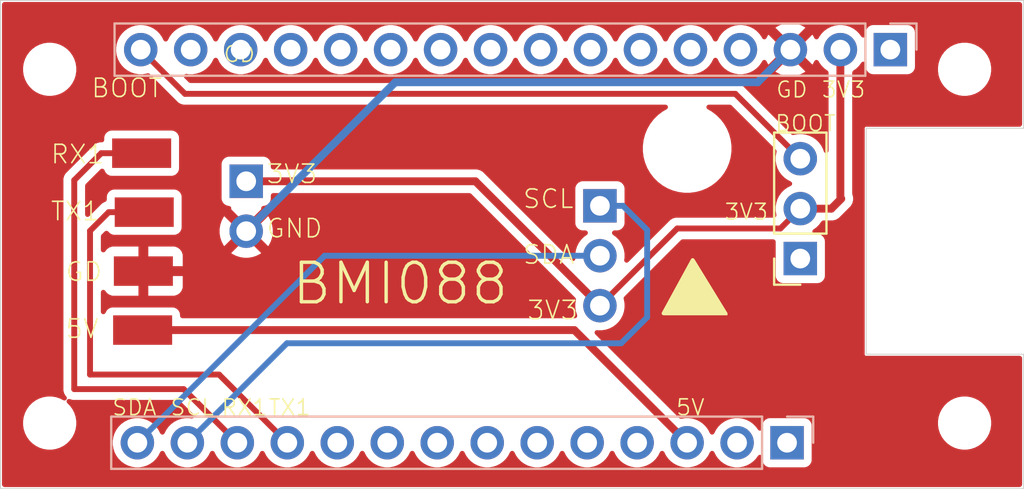
<source format=kicad_pcb>
(kicad_pcb (version 20241229) (generator "pcbnew") (generator_version "9.0")
  (layers (0 "F.Cu" signal) (2 "B.Cu" signal) (13 "F.Paste" user) (15 "B.Paste" user) (5 "F.SilkS" user "F.Silkscreen") (7 "B.SilkS" user "B.Silkscreen") (1 "F.Mask" user) (3 "B.Mask" user) (25 "Edge.Cuts" user))
  (net 0 "")
  (net 1 "/GND")
  (net 2 "/RX1")
  (net 3 "/TX1")
  (net 4 "/SDA1")
  (net 5 "/SCL1")
  (net 6 "/3V3")
  (net 7 "/5V")
  (net 14 "/11")
  (net 15 "/13")
  (net 16 "/SCL")
  (net 17 "/9")
  (net 18 "/SDA")
  (net 19 "/12")
  (net 20 "/10")
  (net 21 "/A4")
  (net 22 "/MISO")
  (net 23 "/BOOT")
  (net 24 "/A2")
  (net 25 "/SCK")
  (net 26 "/A3")
  (net 27 "/MOSI")
  (net 28 "/A5")
  (footprint "Connector_Wire:SolderWirePad_1x01_SMD_5x10mm" (layer "F.Cu") (at 144.096932 111.921023)
    (property "Reference" "GND_PAD19" (hide yes))
    (property "Value" "Conn_01x01" (hide yes))
    (pad "1" smd rect (at -0.1003 -0.154769) (size 3 1.5) (layers "F.Cu" "F.Mask" "F.Paste") (net 7 "/5V"))
  )
  (footprint "Connector_PinHeader_2.54mm:PinHeader_1x02_P2.54mm_Vertical" (layer "F.Cu") (at 152.260474 104.194855)
    (property "Reference" "PMW3901_PWR2" (hide yes))
    (property "Value" "Conn_01x02_Female" (hide yes))
    (pad "1" thru_hole rect (at -3 0) (size 1.7 1.7) (drill 1) (layers "*.Cu" "*.Mask") (net 6 "/3V3"))
    (pad "2" thru_hole circle (at -3 2.54) (size 1.7 1.7) (drill 1) (layers "*.Cu" "*.Mask") (net 1 "/GND"))
  )
  (footprint "Connector_PinSocket_2.54mm:PinSocket_1x03_P2.54mm_Vertical" (layer "F.Cu") (at 177.422763 108.127485 180)
    (property "Reference" "J3" (hide yes))
    (property "Value" "Conn_01x03_Socket" (hide yes))
    (fp_line (start 1.33 1.27) (end 1.33 6.41) (stroke (width 0.12)) (layer "F.SilkS"))
    (fp_line (start 1.33 -1.33) (end 1.33 0) (stroke (width 0.12)) (layer "F.SilkS"))
    (fp_line (start 0 -1.33) (end 1.33 -1.33) (stroke (width 0.12)) (layer "F.SilkS"))
    (fp_line (start -1.33 6.41) (end 1.33 6.41) (stroke (width 0.12)) (layer "F.SilkS"))
    (fp_line (start -1.33 1.27) (end 1.33 1.27) (stroke (width 0.12)) (layer "F.SilkS"))
    (fp_line (start -1.33 1.27) (end -1.33 6.41) (stroke (width 0.12)) (layer "F.SilkS"))
    (pad "1" thru_hole rect (at 0 0 180) (size 1.7 1.7) (drill 1) (layers "*.Cu" "*.Mask"))
    (pad "2" thru_hole circle (at 0 2.54 180) (size 1.7 1.7) (drill 1) (layers "*.Cu" "*.Mask") (net 6 "/3V3"))
    (pad "3" thru_hole circle (at 0 5.08 180) (size 1.7 1.7) (drill 1) (layers "*.Cu" "*.Mask") (net 23 "/BOOT"))
  )
  (footprint "MountingHole:MountingHole_2.2mm_M2" (layer "F.Cu") (at 139.719473 117.832485)
    (property "Reference" "POST_4" (hide yes))
    (property "Value" "MountingHole" (hide yes))
    (pad "" np_thru_hole circle (at -0.44671 -1.335) (size 2.2 2.2) (drill 2.2) (layers "*.Cu" "*.Mask"))
  )
  (footprint "MountingHole:MountingHole_2.2mm_M2" (layer "F.Cu") (at 138.907295 96.497485)
    (property "Reference" "POST_2" (hide yes))
    (property "Value" "MountingHole" (hide yes))
    (pad "" np_thru_hole circle (at 0.365468 2) (size 2.2 2.2) (drill 2.2) (layers "*.Cu" "*.Mask"))
  )
  (footprint "Connector_Wire:SolderWirePad_1x01_SMD_5x10mm" (layer "F.Cu") (at 144.182851 107.34894)
    (property "Reference" "GND_PAD20" (hide yes))
    (property "Value" "Conn_01x01" (hide yes))
    (pad "1" smd rect (at -0.104225 -1.582686) (size 3 1.5) (layers "F.Cu" "F.Mask" "F.Paste") (net 3 "/TX1"))
  )
  (footprint "Connector_PinHeader_2.54mm:PinHeader_1x03_P2.54mm_Vertical" (layer "F.Cu") (at 166.511941 105.444188)
    (property "Reference" "Motor5" (hide yes))
    (property "Value" "Conn_01x03_Female" (hide yes))
    (pad "1" thru_hole rect (at 0.727219 0) (size 1.7 1.7) (drill 1) (layers "*.Cu" "*.Mask") (net 16 "/SCL"))
    (pad "2" thru_hole circle (at 0.727219 2.54) (size 1.7 1.7) (drill 1) (layers "*.Cu" "*.Mask") (net 18 "/SDA"))
    (pad "3" thru_hole circle (at 0.727219 5.08) (size 1.7 1.7) (drill 1) (layers "*.Cu" "*.Mask") (net 6 "/3V3"))
  )
  (footprint "MountingHole:MountingHole_2.2mm_M2" (layer "F.Cu") (at 187.076452 96.506607)
    (property "Reference" "POST_1" (hide yes))
    (property "Value" "MountingHole" (hide yes))
    (pad "" np_thru_hole circle (at -1.303689 1.990878) (size 2.2 2.2) (drill 2.2) (layers "*.Cu" "*.Mask"))
  )
  (footprint "Connector_Wire:SolderWirePad_1x01_SMD_5x10mm" (layer "F.Cu") (at 144.23389 110.247348)
    (property "Reference" "GND_PAD18" (hide yes))
    (property "Value" "Conn_01x01" (hide yes))
    (pad "1" smd rect (at -0.199254 -1.481094) (size 3 1.5) (layers "F.Cu" "F.Mask" "F.Paste") (net 1 "/GND"))
  )
  (footprint "MountingHole:MountingHole_2.2mm_M2" (layer "F.Cu") (at 185.772763 117.497485)
    (property "Reference" "POST_3" (hide yes))
    (property "Value" "MountingHole" (hide yes))
    (pad "" np_thru_hole circle (at 0 -1) (size 2.2 2.2) (drill 2.2) (layers "*.Cu" "*.Mask"))
  )
  (footprint "Connector_Wire:SolderWirePad_1x01_SMD_5x10mm" (layer "F.Cu") (at 144.131425 104.594419)
    (property "Reference" "GND_PAD21" (hide yes))
    (property "Value" "Conn_01x01" (hide yes))
    (pad "1" smd rect (at -0.184771 -1.828165) (size 3 1.5) (layers "F.Cu" "F.Mask" "F.Paste") (net 2 "/RX1"))
  )
  (footprint "MountingHole:MountingHole_4mm" (layer "F.Cu") (at 171.672763 102.528038)
    (property "Reference" "POST_5" (hide yes))
    (property "Value" "MountingHole" (hide yes))
    (pad "" np_thru_hole circle (at 0 0) (size 4 4) (drill 4) (layers "*.Cu" "*.Mask"))
  )
  (footprint "Connector_PinSocket_2.54mm:PinSocket_1x16_P2.54mm_Vertical" (layer "B.Cu") (at 182 97.497485 90)
    (property "Reference" "J2" (hide yes))
    (property "Value" "Conn_01x16_Socket" (hide yes))
    (fp_line (start -1.33 -39.43) (end 1.33 -39.43) (stroke (width 0.12)) (layer "B.SilkS"))
    (fp_line (start 1.33 -1.27) (end 1.33 -39.43) (stroke (width 0.12)) (layer "B.SilkS"))
    (fp_line (start -1.33 -1.27) (end -1.33 -39.43) (stroke (width 0.12)) (layer "B.SilkS"))
    (fp_line (start -1.33 -1.27) (end 1.33 -1.27) (stroke (width 0.12)) (layer "B.SilkS"))
    (fp_line (start 1.33 1.33) (end 1.33 0) (stroke (width 0.12)) (layer "B.SilkS"))
    (fp_line (start 0 1.33) (end 1.33 1.33) (stroke (width 0.12)) (layer "B.SilkS"))
    (pad "1" thru_hole rect (at 0 0 90) (size 1.7 1.7) (drill 1) (layers "*.Cu" "*.Mask"))
    (pad "2" thru_hole circle (at 0 -2.54 90) (size 1.7 1.7) (drill 1) (layers "*.Cu" "*.Mask") (net 6 "/3V3"))
    (pad "3" thru_hole circle (at 0 -5.08 90) (size 1.7 1.7) (drill 1) (layers "*.Cu" "*.Mask") (net 1 "/GND"))
    (pad "4" thru_hole circle (at 0 -7.62 90) (size 1.7 1.7) (drill 1) (layers "*.Cu" "*.Mask"))
    (pad "5" thru_hole circle (at 0 -10.16 90) (size 1.7 1.7) (drill 1) (layers "*.Cu" "*.Mask"))
    (pad "6" thru_hole circle (at 0 -12.7 90) (size 1.7 1.7) (drill 1) (layers "*.Cu" "*.Mask"))
    (pad "7" thru_hole circle (at 0 -15.24 90) (size 1.7 1.7) (drill 1) (layers "*.Cu" "*.Mask") (net 24 "/A2"))
    (pad "8" thru_hole circle (at 0 -17.78 90) (size 1.7 1.7) (drill 1) (layers "*.Cu" "*.Mask") (net 26 "/A3"))
    (pad "9" thru_hole circle (at 0 -20.32 90) (size 1.7 1.7) (drill 1) (layers "*.Cu" "*.Mask") (net 21 "/A4"))
    (pad "10" thru_hole circle (at 0 -22.86 90) (size 1.7 1.7) (drill 1) (layers "*.Cu" "*.Mask") (net 28 "/A5"))
    (pad "11" thru_hole circle (at 0 -25.4 90) (size 1.7 1.7) (drill 1) (layers "*.Cu" "*.Mask") (net 25 "/SCK"))
    (pad "12" thru_hole circle (at 0 -27.94 90) (size 1.7 1.7) (drill 1) (layers "*.Cu" "*.Mask") (net 27 "/MOSI"))
    (pad "13" thru_hole circle (at 0 -30.48 90) (size 1.7 1.7) (drill 1) (layers "*.Cu" "*.Mask") (net 22 "/MISO"))
    (pad "14" thru_hole circle (at 0 -33.02 90) (size 1.7 1.7) (drill 1) (layers "*.Cu" "*.Mask") (net 5 "/SCL1"))
    (pad "15" thru_hole circle (at 0 -35.56 90) (size 1.7 1.7) (drill 1) (layers "*.Cu" "*.Mask") (net 4 "/SDA1"))
    (pad "16" thru_hole circle (at 0 -38.1 90) (size 1.7 1.7) (drill 1) (layers "*.Cu" "*.Mask") (net 23 "/BOOT"))
  )
  (footprint "Connector_PinSocket_2.54mm:PinSocket_1x14_P2.54mm_Vertical" (layer "B.Cu") (at 176.75 117.497485 90)
    (property "Reference" "J1" (hide yes))
    (property "Value" "Conn_01x12_Socket" (hide yes))
    (fp_line (start -1.33 -34.35) (end 1.33 -34.35) (stroke (width 0.12)) (layer "B.SilkS"))
    (fp_line (start 1.33 -1.27) (end 1.33 -34.35) (stroke (width 0.12)) (layer "B.SilkS"))
    (fp_line (start -1.33 -1.27) (end -1.33 -34.35) (stroke (width 0.12)) (layer "B.SilkS"))
    (fp_line (start -1.33 -1.27) (end 1.33 -1.27) (stroke (width 0.12)) (layer "B.SilkS"))
    (fp_line (start 1.33 1.33) (end 1.33 0) (stroke (width 0.12)) (layer "B.SilkS"))
    (fp_line (start 0 1.33) (end 1.33 1.33) (stroke (width 0.12)) (layer "B.SilkS"))
    (pad "1" thru_hole rect (at 0 0 90) (size 1.7 1.7) (drill 1) (layers "*.Cu" "*.Mask"))
    (pad "2" thru_hole circle (at 0 -2.54 90) (size 1.7 1.7) (drill 1) (layers "*.Cu" "*.Mask"))
    (pad "3" thru_hole circle (at 0 -5.08 90) (size 1.7 1.7) (drill 1) (layers "*.Cu" "*.Mask") (net 7 "/5V"))
    (pad "4" thru_hole circle (at 0 -7.62 90) (size 1.7 1.7) (drill 1) (layers "*.Cu" "*.Mask") (net 15 "/13"))
    (pad "5" thru_hole circle (at 0 -10.16 90) (size 1.7 1.7) (drill 1) (layers "*.Cu" "*.Mask") (net 19 "/12"))
    (pad "6" thru_hole circle (at 0 -12.7 90) (size 1.7 1.7) (drill 1) (layers "*.Cu" "*.Mask") (net 14 "/11"))
    (pad "7" thru_hole circle (at 0 -15.24 90) (size 1.7 1.7) (drill 1) (layers "*.Cu" "*.Mask") (net 20 "/10"))
    (pad "8" thru_hole circle (at 0 -17.78 90) (size 1.7 1.7) (drill 1) (layers "*.Cu" "*.Mask") (net 17 "/9"))
    (pad "9" thru_hole circle (at 0 -20.32 90) (size 1.7 1.7) (drill 1) (layers "*.Cu" "*.Mask"))
    (pad "10" thru_hole circle (at 0 -22.86 90) (size 1.7 1.7) (drill 1) (layers "*.Cu" "*.Mask"))
    (pad "11" thru_hole circle (at 0 -25.4 90) (size 1.7 1.7) (drill 1) (layers "*.Cu" "*.Mask") (net 3 "/TX1"))
    (pad "12" thru_hole circle (at 0 -27.94 90) (size 1.7 1.7) (drill 1) (layers "*.Cu" "*.Mask") (net 2 "/RX1"))
    (pad "13" thru_hole circle (at 0 -30.48 90) (size 1.7 1.7) (drill 1) (layers "*.Cu" "*.Mask") (net 16 "/SCL"))
    (pad "14" thru_hole circle (at 0 -33.02 90) (size 1.7 1.7) (drill 1) (layers "*.Cu" "*.Mask") (net 18 "/SDA"))
  )
  (gr_poly (pts (xy 171.954551 108.20657) (xy 170.47599 110.914003) (xy 173.612534 110.914003)) (stroke (width 0.2)) (fill yes) (layer "F.SilkS"))
  (gr_line (start 136.772763 94.997485) (end 188.772763 94.997485) (stroke (width 0.05)) (layer "Edge.Cuts"))
  (gr_line (start 180.772763 112.997485) (end 188.772763 112.997485) (stroke (width 0.05)) (layer "Edge.Cuts"))
  (gr_line (start 136.772763 119.827485) (end 188.772763 119.827485) (stroke (width 0.05)) (layer "Edge.Cuts"))
  (gr_line (start 136.772763 94.997485) (end 136.772763 119.827485) (stroke (width 0.05)) (layer "Edge.Cuts"))
  (gr_line (start 180.772763 101.497485) (end 180.772763 112.997485) (stroke (width 0.05)) (layer "Edge.Cuts"))
  (gr_line (start 188.772763 94.997485) (end 188.772763 101.497485) (stroke (width 0.05)) (layer "Edge.Cuts"))
  (gr_line (start 180.772763 101.497485) (end 188.772763 101.497485) (stroke (width 0.05)) (layer "Edge.Cuts"))
  (gr_line (start 188.772763 112.997485) (end 188.772763 119.827485) (stroke (width 0.05)) (layer "Edge.Cuts"))
  (gr_text "" (at 142.979655 105.332938 0) (layer "F.Cu") (effects (font (size 0.93472 0.93472) (thickness 0.08128)) (justify left bottom)))
  (gr_text "GD" (at 140.022763 109.347485 0) (layer "F.SilkS") (effects (font (size 0.93472 0.93472) (thickness 0.08128)) (justify left bottom)))
  (gr_text "GND" (at 150.23916 107.140227 0) (layer "F.SilkS") (effects (font (size 0.93472 0.93472) (thickness 0.08128)) (justify left bottom)))
  (gr_text "SCL" (at 163.273678 105.636129 0) (layer "F.SilkS") (effects (font (size 0.93472 0.93472) (thickness 0.08128)) (justify left bottom)))
  (gr_text "BMI088" (at 151.473527 110.579062 0) (layer "F.SilkS") (effects (font (size 2.009648 2.009648) (thickness 0.174752)) (justify left bottom)))
  (gr_text "SDA" (at 163.273678 108.474788 0) (layer "F.SilkS") (effects (font (size 0.93472 0.93472) (thickness 0.08128)) (justify left bottom)))
  (gr_text "TX1" (at 150.343802 116.167485 0) (layer "F.SilkS") (effects (font (size 0.8 0.8) (thickness 0.08128)) (justify left bottom)))
  (gr_text "RX1\n" (at 147.953112 116.167485 0) (layer "F.SilkS") (effects (font (size 0.8 0.8) (thickness 0.08128)) (justify left bottom)))
  (gr_text "GD" (at 176.139111 100 0) (layer "F.SilkS") (effects (font (size 0.8 0.8) (thickness 0.08128)) (justify left bottom)))
  (gr_text "BOOT" (at 141.33565 100 0) (layer "F.SilkS") (effects (font (size 0.93472 0.93472) (thickness 0.08128)) (justify left bottom)))
  (gr_text "SDA" (at 142.4 116.167485 0) (layer "F.SilkS") (effects (font (size 0.8 0.8) (thickness 0.08128)) (justify left bottom)))
  (gr_text "3V3" (at 173.522763 106.217881 0) (layer "F.SilkS") (effects (font (size 0.8 0.8) (thickness 0.08128)) (justify left bottom)))
  (gr_text "TX1" (at 139.272763 106.266254 0) (layer "F.SilkS") (effects (font (size 0.93472 0.93472) (thickness 0.08128)) (justify left bottom)))
  (gr_text "GD" (at 148.058681 98.197485 0) (layer "F.SilkS") (effects (font (size 0.8 0.8) (thickness 0.08128)) (justify left bottom)))
  (gr_text "5V" (at 140.022763 112.247485 0) (layer "F.SilkS") (effects (font (size 0.93472 0.93472) (thickness 0.08128)) (justify left bottom)))
  (gr_text "RX1\n" (at 139.272763 103.366254 0) (layer "F.SilkS") (effects (font (size 0.93472 0.93472) (thickness 0.08128)) (justify left bottom)))
  (gr_text "3V3" (at 178.462797 100 0) (layer "F.SilkS") (effects (font (size 0.8 0.8) (thickness 0.08128)) (justify left bottom)))
  (gr_text "3V3" (at 163.48916 111.303141 0) (layer "F.SilkS") (effects (font (size 0.93472 0.93472) (thickness 0.08128)) (justify left bottom)))
  (gr_text "5V" (at 171.059551 116.167485 0) (layer "F.SilkS") (effects (font (size 0.8 0.8) (thickness 0.08128)) (justify left bottom)))
  (gr_text "SCL" (at 145.360435 116.167485 0) (layer "F.SilkS") (effects (font (size 0.8 0.8) (thickness 0.08128)) (justify left bottom)))
  (gr_text "3V3" (at 150.23916 104.370227 0) (layer "F.SilkS") (effects (font (size 0.93472 0.93472) (thickness 0.08128)) (justify left bottom)))
  (gr_text "BOOT" (at 176.092763 101.717485 0) (layer "F.SilkS") (effects (font (size 0.8 0.8) (thickness 0.08128)) (justify left bottom)))
  (segment (start 144.034636 108.766254) (end 147.229075 108.766254) (width 0.4) (layer "F.Cu") (net 1))
  (segment (start 147.229075 108.766254) (end 149.260474 106.734855) (width 0.4) (layer "F.Cu") (net 1))
  (segment (start 156.838748 99.156581) (end 175.260904 99.156581) (width 0.4) (layer "B.Cu") (net 1))
  (segment (start 149.260474 106.734855) (end 156.838748 99.156581) (width 0.4) (layer "B.Cu") (net 1))
  (segment (start 175.260904 99.156581) (end 176.92 97.497485) (width 0.4) (layer "B.Cu") (net 1))
  (segment (start 148.81 117.497485) (end 146.081361 114.768846) (width 0.3) (layer "F.Cu") (net 2))
  (segment (start 146.081361 114.768846) (end 140.521749 114.768846) (width 0.3) (layer "F.Cu") (net 2))
  (segment (start 141.895321 102.766254) (end 143.946654 102.766254) (width 0.3) (layer "F.Cu") (net 2))
  (segment (start 140.521749 114.768846) (end 140.521749 104.139826) (width 0.3) (layer "F.Cu") (net 2))
  (segment (start 140.521749 104.139826) (end 141.895321 102.766254) (width 0.3) (layer "F.Cu") (net 2))
  (segment (start 142.273418 105.766254) (end 141.323979 106.715693) (width 0.3) (layer "F.Cu") (net 3))
  (segment (start 141.323979 114.028326) (end 147.880841 114.028326) (width 0.3) (layer "F.Cu") (net 3))
  (segment (start 147.880841 114.028326) (end 151.35 117.497485) (width 0.3) (layer "F.Cu") (net 3))
  (segment (start 144.078626 105.766254) (end 142.273418 105.766254) (width 0.3) (layer "F.Cu") (net 3))
  (segment (start 141.323979 106.715693) (end 141.323979 114.028326) (width 0.3) (layer "F.Cu") (net 3))
  (segment (start 179.46 105.037186) (end 179.46 97.497485) (width 0.4) (layer "F.Cu") (net 6))
  (segment (start 167.13916 110.624188) (end 167.23916 110.524188) (width 0.3) (layer "F.Cu") (net 6))
  (segment (start 179.50569 105.082876) (end 179.46 105.037186) (width 0.3) (layer "F.Cu") (net 6))
  (segment (start 176.412763 106.597485) (end 177.422763 105.587485) (width 0.3) (layer "F.Cu") (net 6))
  (segment (start 160.909827 104.194855) (end 167.23916 110.524188) (width 0.4) (layer "F.Cu") (net 6))
  (segment (start 179.001081 105.587485) (end 179.50569 105.082876) (width 0.4) (layer "F.Cu") (net 6))
  (segment (start 167.23916 110.524188) (end 171.165863 106.597485) (width 0.3) (layer "F.Cu") (net 6))
  (segment (start 149.119421 104.194855) (end 149.260474 104.194855) (width 0.2) (layer "F.Cu") (net 6))
  (segment (start 177.422763 105.587485) (end 179.001081 105.587485) (width 0.4) (layer "F.Cu") (net 6))
  (segment (start 171.165863 106.597485) (end 176.412763 106.597485) (width 0.3) (layer "F.Cu") (net 6))
  (segment (start 149.260474 104.194855) (end 160.909827 104.194855) (width 0.4) (layer "F.Cu") (net 6))
  (segment (start 143.996632 111.766254) (end 165.938769 111.766254) (width 0.4) (layer "F.Cu") (net 7))
  (segment (start 165.938769 111.766254) (end 171.67 117.497485) (width 0.4) (layer "F.Cu") (net 7))
  (segment (start 168.31747 112.436852) (end 169.638744 111.115578) (width 0.3) (layer "B.Cu") (net 16))
  (segment (start 146.27 117.497485) (end 151.330633 112.436852) (width 0.3) (layer "B.Cu") (net 16))
  (segment (start 151.330633 112.436852) (end 168.31747 112.436852) (width 0.3) (layer "B.Cu") (net 16))
  (segment (start 169.638744 106.672459) (end 168.410473 105.444188) (width 0.3) (layer "B.Cu") (net 16))
  (segment (start 169.638744 111.115578) (end 169.638744 106.672459) (width 0.3) (layer "B.Cu") (net 16))
  (segment (start 168.410473 105.444188) (end 167.23916 105.444188) (width 0.3) (layer "B.Cu") (net 16))
  (segment (start 167.23916 107.984188) (end 167.364042 107.984188) (width 0.2) (layer "F.Cu") (net 18))
  (segment (start 143.73 117.497485) (end 153.243297 107.984188) (width 0.3) (layer "B.Cu") (net 18))
  (segment (start 153.243297 107.984188) (end 167.23916 107.984188) (width 0.3) (layer "B.Cu") (net 18))
  (segment (start 143.9 97.497485) (end 146.149 99.746485) (width 0.3) (layer "F.Cu") (net 23))
  (segment (start 174.121763 99.746485) (end 177.422763 103.047485) (width 0.3) (layer "F.Cu") (net 23))
  (segment (start 146.149 99.746485) (end 174.121763 99.746485) (width 0.3) (layer "F.Cu") (net 23))
  (zone (net 1) (net_name "/GND") (layer "F.Cu") (connect_pads (clearance 0.4)) (min_thickness 0.25) (fill yes (thermal_gap 0.5) (thermal_bridge_width 0.5))
    (polygon (pts (xy 136.772763 94.997485) (xy 188.772763 94.997485) (xy 188.772763 119.827485) (xy 136.772763 119.827485)))
  )
)
</source>
